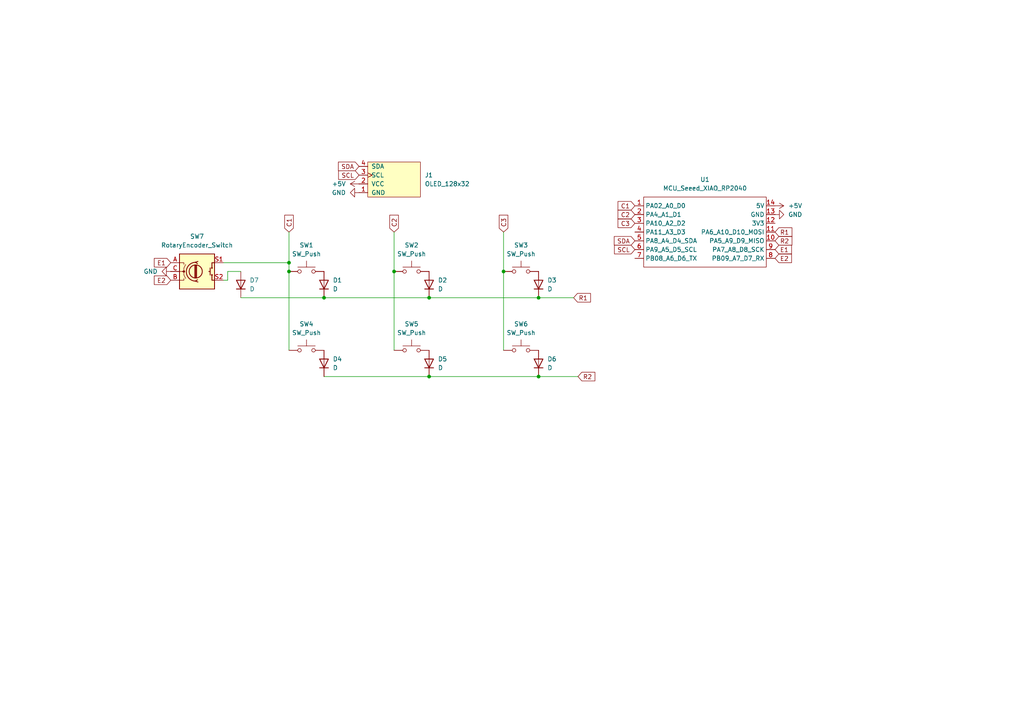
<source format=kicad_sch>
(kicad_sch (version 20231120) (generator "eeschema") (generator_version "8.0")
  (paper "A4")
  (lib_symbols
    (symbol "Device:D" (pin_numbers hide) (pin_names (offset 1.016) hide)
      (property "Reference" "D" (at 0 2.54 0))
      (property "Value" "D" (at 0 -2.54 0))
      (symbol "D_0_1"
        (polyline (pts (xy -1.27 1.27) (xy -1.27 -1.27)) (stroke (width 0.254)))
        (polyline (pts (xy 1.27 0) (xy -1.27 0)))
        (polyline (pts (xy 1.27 1.27) (xy 1.27 -1.27) (xy -1.27 0) (xy 1.27 1.27)) (stroke (width 0.254)))
      )
      (symbol "D_1_1"
        (pin passive line (at -3.81 0 0) (length 2.54) (name "K") (number "1"))
        (pin passive line (at 3.81 0 180) (length 2.54) (name "A") (number "2"))
      )
    )
    (symbol "Device:RotaryEncoder_Switch" (pin_names (offset 0.254) hide)
      (property "Reference" "SW" (at 0 6.604 0))
      (property "Value" "RotaryEncoder_Switch" (at 0 -6.604 0))
      (symbol "RotaryEncoder_Switch_0_1"
        (rectangle (start -5.08 5.08) (end 5.08 -5.08) (stroke (width 0.254)) (fill (type background)))
        (circle (center -3.81 0) (radius 0.254) (fill (type outline)))
        (circle (center -0.381 0) (radius 1.905) (stroke (width 0.254)))
        (arc (start -0.381 2.667) (mid -3.0988 -0.0635) (end -0.381 -2.794) (stroke (width 0.254)))
        (polyline (pts (xy -0.635 -1.778) (xy -0.635 1.778)) (stroke (width 0.254)))
        (polyline (pts (xy -0.381 -1.778) (xy -0.381 1.778)) (stroke (width 0.254)))
        (polyline (pts (xy -0.127 1.778) (xy -0.127 -1.778)) (stroke (width 0.254)))
        (polyline (pts (xy 3.81 0) (xy 3.429 0)) (stroke (width 0.254)))
        (polyline (pts (xy 3.81 1.016) (xy 3.81 -1.016)) (stroke (width 0.254)))
        (polyline (pts (xy -5.08 -2.54) (xy -3.81 -2.54) (xy -3.81 -2.032)))
        (polyline (pts (xy -5.08 2.54) (xy -3.81 2.54) (xy -3.81 2.032)))
        (polyline (pts (xy 0.254 -3.048) (xy -0.508 -2.794) (xy 0.127 -2.413)) (stroke (width 0.254)))
        (polyline (pts (xy 0.254 2.921) (xy -0.508 2.667) (xy 0.127 2.286)) (stroke (width 0.254)))
        (polyline (pts (xy 5.08 -2.54) (xy 4.318 -2.54) (xy 4.318 -1.016)) (stroke (width 0.254)))
        (polyline (pts (xy 5.08 2.54) (xy 4.318 2.54) (xy 4.318 1.016)) (stroke (width 0.254)))
        (polyline (pts (xy -5.08 0) (xy -3.81 0) (xy -3.81 -1.016) (xy -3.302 -2.032)))
        (polyline (pts (xy -4.318 0) (xy -3.81 0) (xy -3.81 1.016) (xy -3.302 2.032)))
        (circle (center 4.318 -1.016) (radius 0.127) (stroke (width 0.254)))
        (circle (center 4.318 1.016) (radius 0.127) (stroke (width 0.254)))
      )
      (symbol "RotaryEncoder_Switch_1_1"
        (pin passive line (at -7.62 2.54 0) (length 2.54) (name "A") (number "A"))
        (pin passive line (at -7.62 -2.54 0) (length 2.54) (name "B") (number "B"))
        (pin passive line (at -7.62 0 0) (length 2.54) (name "C") (number "C"))
        (pin passive line (at 7.62 2.54 180) (length 2.54) (name "S1") (number "S1"))
        (pin passive line (at 7.62 -2.54 180) (length 2.54) (name "S2") (number "S2"))
      )
    )
    (symbol "Switch:SW_Push" (pin_numbers hide) (pin_names (offset 1.016) hide)
      (property "Reference" "SW" (at 1.27 2.54 0))
      (property "Value" "SW_Push" (at 0 -1.524 0))
      (symbol "SW_Push_0_1"
        (circle (center -2.032 0) (radius 0.508))
        (polyline (pts (xy 0 1.27) (xy 0 3.048)))
        (polyline (pts (xy 2.54 1.27) (xy -2.54 1.27)))
        (circle (center 2.032 0) (radius 0.508))
        (pin passive line (at -5.08 0 0) (length 2.54) (name "1") (number "1"))
        (pin passive line (at 5.08 0 180) (length 2.54) (name "2") (number "2"))
      )
    )
    (symbol "power:+5V" (power) (pin_numbers hide) (pin_names (offset 0) hide)
      (property "Value" "+5V" (at 0 3.556 0))
      (symbol "+5V_0_1"
        (polyline (pts (xy -0.762 1.27) (xy 0 2.54)))
        (polyline (pts (xy 0 0) (xy 0 2.54)))
        (polyline (pts (xy 0 2.54) (xy 0.762 1.27)))
      )
      (symbol "+5V_1_1"
        (pin power_in line (at 0 0 90) (length 0) (name "~") (number "1"))
      )
    )
    (symbol "power:GND" (power) (pin_numbers hide) (pin_names (offset 0) hide)
      (property "Value" "GND" (at 0 -3.81 0))
      (symbol "GND_0_1"
        (polyline (pts (xy 0 0) (xy 0 -1.27) (xy 1.27 -1.27) (xy 0 -2.54) (xy -1.27 -1.27) (xy 0 -1.27)))
      )
      (symbol "GND_1_1"
        (pin power_in line (at 0 0 270) (length 0) (name "~") (number "1"))
      )
    )
    (symbol "scotto:MCU_Seeed_XIAO_RP2040"
      (property "Reference" "U" (at -16.51 11.43 0))
      (property "Value" "MCU_Seeed_XIAO_RP2040" (at -3.81 -11.43 0))
      (symbol "MCU_Seeed_XIAO_RP2040_0_1"
        (rectangle (start -16.51 10.16) (end 19.05 -10.16))
      )
      (symbol "MCU_Seeed_XIAO_RP2040_1_1"
        (pin passive line (at -19.05 7.62 0) (length 2.54) (name "PA02_A0_D0") (number "1"))
        (pin passive line (at 21.59 -2.54 180) (length 2.54) (name "PA5_A9_D9_MISO") (number "10"))
        (pin passive line (at 21.59 0 180) (length 2.54) (name "PA6_A10_D10_MOSI") (number "11"))
        (pin passive line (at 21.59 2.54 180) (length 2.54) (name "3V3") (number "12"))
        (pin passive line (at 21.59 5.08 180) (length 2.54) (name "GND") (number "13"))
        (pin passive line (at 21.59 7.62 180) (length 2.54) (name "5V") (number "14"))
        (pin passive line (at -19.05 5.08 0) (length 2.54) (name "PA4_A1_D1") (number "2"))
        (pin passive line (at -19.05 2.54 0) (length 2.54) (name "PA10_A2_D2") (number "3"))
        (pin passive line (at -19.05 0 0) (length 2.54) (name "PA11_A3_D3") (number "4"))
        (pin passive line (at -19.05 -2.54 0) (length 2.54) (name "PA8_A4_D4_SDA") (number "5"))
        (pin passive line (at -19.05 -5.08 0) (length 2.54) (name "PA9_A5_D5_SCL") (number "6"))
        (pin passive line (at -19.05 -7.62 0) (length 2.54) (name "PB08_A6_D6_TX") (number "7"))
        (pin passive line (at 21.59 -7.62 180) (length 2.54) (name "PB09_A7_D7_RX") (number "8"))
        (pin passive line (at 21.59 -5.08 180) (length 2.54) (name "PA7_A8_D8_SCK") (number "9"))
      )
    )
    (symbol "scotto:OLED_128x32" (pin_names (offset 1.016))
      (property "Reference" "J" (at 0 -6.35 0))
      (property "Value" "OLED_128x32" (at 0 6.35 0))
      (symbol "OLED_128x32_0_1"
        (rectangle (start 0 5.08) (end 15.24 -5.08) (fill (type background)))
      )
      (symbol "OLED_128x32_1_1"
        (pin power_in line (at -2.54 -3.81 0) (length 2.54) (name "GND") (number "1"))
        (pin power_in line (at -2.54 -1.27 0) (length 2.54) (name "VCC") (number "2"))
        (pin input clock (at -2.54 1.27 0) (length 2.54) (name "SCL") (number "3"))
        (pin bidirectional line (at -2.54 3.81 0) (length 2.54) (name "SDA") (number "4"))
      )
    )
  )
  (junction (at 156.21 86.36))
  (junction (at 124.46 109.22))
  (junction (at 146.05 78.74))
  (junction (at 114.3 78.74))
  (junction (at 83.82 78.74))
  (junction (at 83.82 76.2))
  (junction (at 124.46 86.36))
  (junction (at 93.98 86.36))
  (junction (at 156.21 109.22))
  (wire (pts (xy 93.98 109.22) (xy 124.46 109.22)))
  (wire (pts (xy 83.82 76.2) (xy 83.82 78.74)))
  (wire (pts (xy 93.98 86.36) (xy 124.46 86.36)))
  (wire (pts (xy 66.04 81.28) (xy 66.04 78.74)))
  (wire (pts (xy 146.05 78.74) (xy 146.05 101.6)))
  (wire (pts (xy 83.82 67.31) (xy 83.82 76.2)))
  (wire (pts (xy 66.04 78.74) (xy 69.85 78.74)))
  (wire (pts (xy 114.3 78.74) (xy 114.3 101.6)))
  (wire (pts (xy 114.3 67.31) (xy 114.3 78.74)))
  (wire (pts (xy 69.85 86.36) (xy 93.98 86.36)))
  (wire (pts (xy 64.77 76.2) (xy 83.82 76.2)))
  (wire (pts (xy 64.77 81.28) (xy 66.04 81.28)))
  (wire (pts (xy 124.46 86.36) (xy 156.21 86.36)))
  (wire (pts (xy 124.46 109.22) (xy 156.21 109.22)))
  (wire (pts (xy 83.82 78.74) (xy 83.82 101.6)))
  (wire (pts (xy 156.21 109.22) (xy 167.64 109.22)))
  (wire (pts (xy 156.21 86.36) (xy 166.37 86.36)))
  (wire (pts (xy 146.05 67.31) (xy 146.05 78.74)))
  (global_label "C2" (shape input) (at 184.15 62.23 180) (property "Intersheetrefs" "${INTERSHEET_REFS}" (effects (hide yes))))
  (global_label "R2" (shape input) (at 167.64 109.22 0) (property "Intersheetrefs" "${INTERSHEET_REFS}" (effects (hide yes))))
  (global_label "C2" (shape input) (at 114.3 67.31 90) (property "Intersheetrefs" "${INTERSHEET_REFS}" (effects (hide yes))))
  (global_label "SCL" (shape input) (at 184.15 72.39 180) (property "Intersheetrefs" "${INTERSHEET_REFS}" (effects (hide yes))))
  (global_label "C3" (shape input) (at 146.05 67.31 90) (property "Intersheetrefs" "${INTERSHEET_REFS}" (effects (hide yes))))
  (global_label "E2" (shape input) (at 224.79 74.93 0) (property "Intersheetrefs" "${INTERSHEET_REFS}" (effects (hide yes))))
  (global_label "SDA" (shape input) (at 104.14 48.26 180) (property "Intersheetrefs" "${INTERSHEET_REFS}" (effects (hide yes))))
  (global_label "C3" (shape input) (at 184.15 64.77 180) (property "Intersheetrefs" "${INTERSHEET_REFS}" (effects (hide yes))))
  (global_label "R2" (shape input) (at 224.79 69.85 0) (property "Intersheetrefs" "${INTERSHEET_REFS}" (effects (hide yes))))
  (global_label "SCL" (shape input) (at 104.14 50.8 180) (property "Intersheetrefs" "${INTERSHEET_REFS}" (effects (hide yes))))
  (global_label "E1" (shape input) (at 224.79 72.39 0) (property "Intersheetrefs" "${INTERSHEET_REFS}" (effects (hide yes))))
  (global_label "C1" (shape input) (at 184.15 59.69 180) (property "Intersheetrefs" "${INTERSHEET_REFS}" (effects (hide yes))))
  (global_label "R1" (shape input) (at 166.37 86.36 0) (property "Intersheetrefs" "${INTERSHEET_REFS}" (effects (hide yes))))
  (global_label "E1" (shape input) (at 49.53 76.2 180) (property "Intersheetrefs" "${INTERSHEET_REFS}" (effects (hide yes))))
  (global_label "SDA" (shape input) (at 184.15 69.85 180) (property "Intersheetrefs" "${INTERSHEET_REFS}" (effects (hide yes))))
  (global_label "C1" (shape input) (at 83.82 67.31 90) (property "Intersheetrefs" "${INTERSHEET_REFS}" (effects (hide yes))))
  (global_label "R1" (shape input) (at 224.79 67.31 0) (property "Intersheetrefs" "${INTERSHEET_REFS}" (effects (hide yes))))
  (global_label "E2" (shape input) (at 49.53 81.28 180) (property "Intersheetrefs" "${INTERSHEET_REFS}" (effects (hide yes))))
  (symbol (lib_id "Device:D") (at 69.85 82.55 90) (unit 1)
    (property "Reference" "D7" (at 72.39 81.2799 90) (effects (justify right)))
    (property "Value" "D" (at 72.39 83.8199 90) (effects (justify right)))
    (property "Footprint" "Diode_SMD:D_SOD-523" (effects (hide yes)))
    (property "Description" "Diode" (effects (hide yes)))
    (property "Sim.Device" "D" (effects (hide yes)))
    (property "Sim.Pins" "1=K 2=A" (effects (hide yes)))
  )
  (symbol (lib_id "power:GND") (at 224.79 62.23 90) (unit 1)
    (property "Reference" "#PWR01" (effects (hide yes)))
    (property "Value" "GND" (at 228.6 62.2299 90) (effects (justify right)))
    (property "Description" "Power symbol creates a global label with name \"GND\" , ground" (effects (hide yes)))
  )
  (symbol (lib_id "power:GND") (at 104.14 55.88 270) (unit 1)
    (property "Reference" "#PWR02" (effects (hide yes)))
    (property "Value" "GND" (at 100.33 55.8799 90) (effects (justify right)))
    (property "Description" "Power symbol creates a global label with name \"GND\" , ground" (effects (hide yes)))
  )
  (symbol (lib_id "power:GND") (at 49.53 78.74 270) (unit 1)
    (property "Reference" "#PWR03" (effects (hide yes)))
    (property "Value" "GND" (at 45.72 78.7399 90) (effects (justify right)))
    (property "Description" "Power symbol creates a global label with name \"GND\" , ground" (effects (hide yes)))
  )
  (symbol (lib_id "Device:RotaryEncoder_Switch") (at 57.15 78.74 0) (unit 1)
    (property "Reference" "SW7" (at 57.15 68.58 0))
    (property "Value" "RotaryEncoder_Switch" (at 57.15 71.12 0))
    (property "Footprint" "Rotary_Encoder:RotaryEncoder_Alps_EC11E-Switch_Vertical_H20mm" (effects (hide yes)))
    (property "Description" "Rotary encoder, dual channel, incremental quadrate outputs, with switch" (effects (hide yes)))
  )
  (symbol (lib_id "Switch:SW_Push") (at 151.13 101.6 0) (unit 1)
    (property "Reference" "SW6" (at 151.13 93.98 0))
    (property "Value" "SW_Push" (at 151.13 96.52 0))
    (property "Footprint" "Button_Switch_Keyboard:SW_Cherry_MX_1.00u_PCB" (effects (hide yes)))
    (property "Description" "Push button switch, generic, two pins" (effects (hide yes)))
  )
  (symbol (lib_id "Switch:SW_Push") (at 88.9 78.74 0) (unit 1)
    (property "Reference" "SW1" (at 88.9 71.12 0))
    (property "Value" "SW_Push" (at 88.9 73.66 0))
    (property "Footprint" "Button_Switch_Keyboard:SW_Cherry_MX_1.00u_PCB" (effects (hide yes)))
    (property "Description" "Push button switch, generic, two pins" (effects (hide yes)))
  )
  (symbol (lib_id "power:+5V") (at 224.79 59.69 270) (unit 1)
    (property "Reference" "#PWR05" (effects (hide yes)))
    (property "Value" "+5V" (at 228.6 59.6899 90) (effects (justify left)))
    (property "Description" "Power symbol creates a global label with name \"+5V\"" (effects (hide yes)))
  )
  (symbol (lib_id "Device:D") (at 93.98 82.55 90) (unit 1)
    (property "Reference" "D1" (at 96.52 81.2799 90) (effects (justify right)))
    (property "Value" "D" (at 96.52 83.8199 90) (effects (justify right)))
    (property "Footprint" "Diode_SMD:D_SOD-523" (effects (hide yes)))
    (property "Description" "Diode" (effects (hide yes)))
    (property "Sim.Device" "D" (effects (hide yes)))
    (property "Sim.Pins" "1=K 2=A" (effects (hide yes)))
  )
  (symbol (lib_id "Device:D") (at 156.21 82.55 90) (unit 1)
    (property "Reference" "D3" (at 158.75 81.2799 90) (effects (justify right)))
    (property "Value" "D" (at 158.75 83.8199 90) (effects (justify right)))
    (property "Footprint" "Diode_SMD:D_SOD-523" (effects (hide yes)))
    (property "Description" "Diode" (effects (hide yes)))
    (property "Sim.Device" "D" (effects (hide yes)))
    (property "Sim.Pins" "1=K 2=A" (effects (hide yes)))
  )
  (symbol (lib_id "power:+5V") (at 104.14 53.34 90) (unit 1)
    (property "Reference" "#PWR04" (effects (hide yes)))
    (property "Value" "+5V" (at 100.33 53.3399 90) (effects (justify left)))
    (property "Description" "Power symbol creates a global label with name \"+5V\"" (effects (hide yes)))
  )
  (symbol (lib_id "Device:D") (at 124.46 105.41 90) (unit 1)
    (property "Reference" "D5" (at 127 104.1399 90) (effects (justify right)))
    (property "Value" "D" (at 127 106.6799 90) (effects (justify right)))
    (property "Footprint" "Diode_SMD:D_SOD-523" (effects (hide yes)))
    (property "Description" "Diode" (effects (hide yes)))
    (property "Sim.Device" "D" (effects (hide yes)))
    (property "Sim.Pins" "1=K 2=A" (effects (hide yes)))
  )
  (symbol (lib_id "Device:D") (at 93.98 105.41 90) (unit 1)
    (property "Reference" "D4" (at 96.52 104.1399 90) (effects (justify right)))
    (property "Value" "D" (at 96.52 106.6799 90) (effects (justify right)))
    (property "Footprint" "Diode_SMD:D_SOD-523" (effects (hide yes)))
    (property "Description" "Diode" (effects (hide yes)))
    (property "Sim.Device" "D" (effects (hide yes)))
    (property "Sim.Pins" "1=K 2=A" (effects (hide yes)))
  )
  (symbol (lib_id "Switch:SW_Push") (at 88.9 101.6 0) (unit 1)
    (property "Reference" "SW4" (at 88.9 93.98 0))
    (property "Value" "SW_Push" (at 88.9 96.52 0))
    (property "Footprint" "Button_Switch_Keyboard:SW_Cherry_MX_1.00u_PCB" (effects (hide yes)))
    (property "Description" "Push button switch, generic, two pins" (effects (hide yes)))
  )
  (symbol (lib_id "scotto:MCU_Seeed_XIAO_RP2040") (at 203.2 67.31 0) (unit 1)
    (property "Reference" "U1" (at 204.47 52.07 0))
    (property "Value" "MCU_Seeed_XIAO_RP2040" (at 204.47 54.61 0))
    (property "Footprint" "ScottoKeebs_Miscellaneous:XIAO-RP2040-DIP" (effects (hide yes)))
  )
  (symbol (lib_id "Switch:SW_Push") (at 119.38 78.74 0) (unit 1)
    (property "Reference" "SW2" (at 119.38 71.12 0))
    (property "Value" "SW_Push" (at 119.38 73.66 0))
    (property "Footprint" "Button_Switch_Keyboard:SW_Cherry_MX_1.00u_PCB" (effects (hide yes)))
    (property "Description" "Push button switch, generic, two pins" (effects (hide yes)))
  )
  (symbol (lib_id "Switch:SW_Push") (at 119.38 101.6 0) (unit 1)
    (property "Reference" "SW5" (at 119.38 93.98 0))
    (property "Value" "SW_Push" (at 119.38 96.52 0))
    (property "Footprint" "Button_Switch_Keyboard:SW_Cherry_MX_1.00u_PCB" (effects (hide yes)))
    (property "Description" "Push button switch, generic, two pins" (effects (hide yes)))
  )
  (symbol (lib_id "Device:D") (at 156.21 105.41 90) (unit 1)
    (property "Reference" "D6" (at 158.75 104.1399 90) (effects (justify right)))
    (property "Value" "D" (at 158.75 106.6799 90) (effects (justify right)))
    (property "Footprint" "Diode_SMD:D_SOD-523" (effects (hide yes)))
    (property "Description" "Diode" (effects (hide yes)))
    (property "Sim.Device" "D" (effects (hide yes)))
    (property "Sim.Pins" "1=K 2=A" (effects (hide yes)))
  )
  (symbol (lib_id "Device:D") (at 124.46 82.55 90) (unit 1)
    (property "Reference" "D2" (at 127 81.2799 90) (effects (justify right)))
    (property "Value" "D" (at 127 83.8199 90) (effects (justify right)))
    (property "Footprint" "Diode_SMD:D_SOD-523" (effects (hide yes)))
    (property "Description" "Diode" (effects (hide yes)))
    (property "Sim.Device" "D" (effects (hide yes)))
    (property "Sim.Pins" "1=K 2=A" (effects (hide yes)))
  )
  (symbol (lib_id "scotto:OLED_128x32") (at 106.68 52.07 0) (unit 1)
    (property "Reference" "J1" (at 123.19 50.7999 0) (effects (justify left)))
    (property "Value" "OLED_128x32" (at 123.19 53.3399 0) (effects (justify left)))
    (property "Footprint" "ScottoKeebs_Miscellaneous:SSD1306-0.91-OLED-4pin-128x32 (2)" (effects (hide yes)))
  )
  (symbol (lib_id "Switch:SW_Push") (at 151.13 78.74 0) (unit 1)
    (property "Reference" "SW3" (at 151.13 71.12 0))
    (property "Value" "SW_Push" (at 151.13 73.66 0))
    (property "Footprint" "Button_Switch_Keyboard:SW_Cherry_MX_1.00u_PCB" (effects (hide yes)))
    (property "Description" "Push button switch, generic, two pins" (effects (hide yes)))
  )
)
</source>
